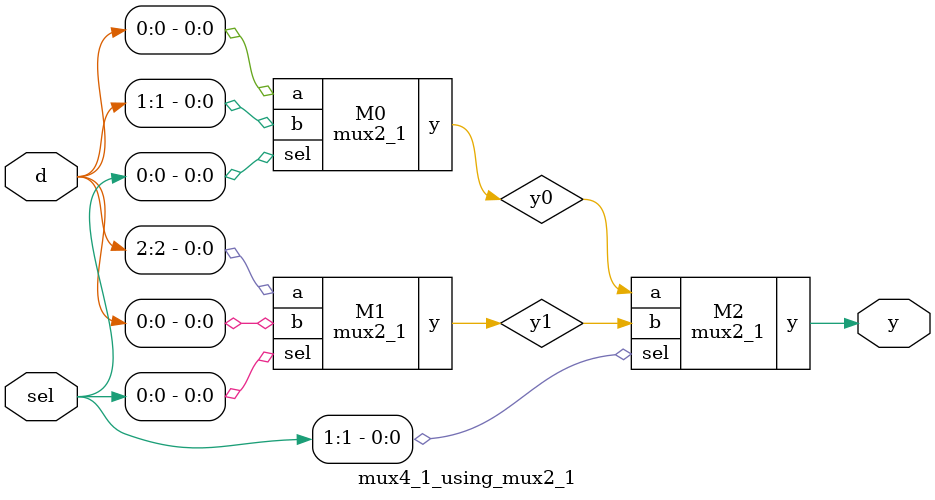
<source format=v>
module mux2_1 (
    input a,
    input b,
    input sel,
    output y
);
    assign y = sel ? b : a;
endmodule

module mux4_1_using_mux2_1 (
    input [3:0] d,
    input [1:0] sel,
    output y
);
    wire y0, y1;

    // First stage: two 2:1 muxes
    mux2_1 M0 (.a(d), .b(d[1]), .sel(sel), .y(y0));
    mux2_1 M1 (.a(d[2]), .b(d), .sel(sel), .y(y1));
    // Second stage: one 2:1 mux
    mux2_1 M2 (.a(y0), .b(y1), .sel(sel[1]), .y(y));
endmodule


</source>
